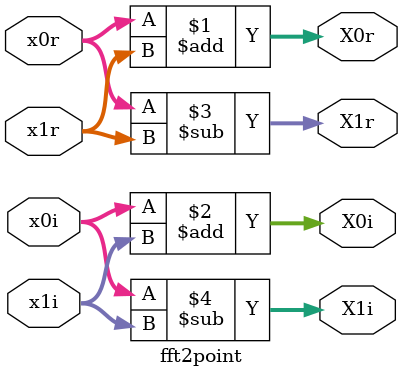
<source format=v>
module fft2point(
    input signed [15:0] x0r, x0i,
    input signed [15:0] x1r, x1i,
	output signed [15:0] X0r, X0i,
    output signed [15:0] X1r, X1i
);
	
	assign X0r = x0r + x1r;
    assign X0i = x0i + x1i;

	assign X1r = x0r - x1r;
    assign X1i = x0i - x1i;

endmodule

</source>
